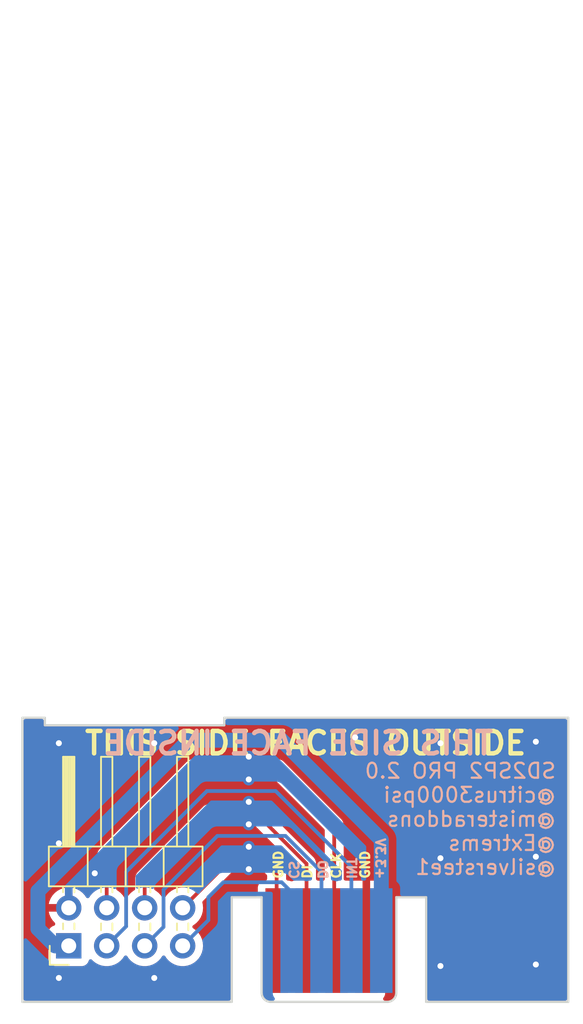
<source format=kicad_pcb>
(kicad_pcb (version 20240108) (generator "pcbnew") (generator_version "8.0")
  (layers (0 "F.Cu" signal) (31 "B.Cu" signal) (34 "B.Paste" user) (35 "F.Paste" user) (36 "B.SilkS" user "B.Silkscreen") (37 "F.SilkS" user "F.Silkscreen") (38 "B.Mask" user) (39 "F.Mask" user) (44 "Edge.Cuts" user))
  (net 0 "")
  (net 1 "Net-(J1-Pad1)")
  (net 2 "Net-(J1-Pad3)")
  (net 3 "Net-(J1-Pad4)")
  (net 4 "Net-(J1-Pad5)")
  (net 5 "Net-(J1-Pad6)")
  (net 6 "Net-(J1-Pad7)")
  (net 7 "Net-(J1-Pad8)")
  (net 8 "/GND")
  (footprint "Connector_PinHeader_2.54mm:PinHeader_2x04_P2.54mm_Horizontal" (layer "F.Cu") (at 77.160286 116.25 90)
    (property "Reference" "J1")
    (property "Value" "Conn_02x04_Odd_Even")
    (fp_line (start 6.64 -1.33) (end 3.98 -1.33) (stroke (width 0.12)) (layer "F.SilkS"))
    (fp_line (start 3.98 -1.33) (end 3.98 8.95) (stroke (width 0.12)) (layer "F.SilkS"))
    (fp_line (start -1.27 -1.27) (end 0 -1.27) (stroke (width 0.12)) (layer "F.SilkS"))
    (fp_line (start 12.64 -0.38) (end 12.64 0.38) (stroke (width 0.12)) (layer "F.SilkS"))
    (fp_line (start 6.64 -0.38) (end 12.64 -0.38) (stroke (width 0.12)) (layer "F.SilkS"))
    (fp_line (start 3.582929 -0.38) (end 3.98 -0.38) (stroke (width 0.12)) (layer "F.SilkS"))
    (fp_line (start 1.11 -0.38) (end 1.497071 -0.38) (stroke (width 0.12)) (layer "F.SilkS"))
    (fp_line (start 6.64 -0.32) (end 12.64 -0.32) (stroke (width 0.12)) (layer "F.SilkS"))
    (fp_line (start 6.64 -0.2) (end 12.64 -0.2) (stroke (width 0.12)) (layer "F.SilkS"))
    (fp_line (start 6.64 -0.08) (end 12.64 -0.08) (stroke (width 0.12)) (layer "F.SilkS"))
    (fp_line (start -1.27 0) (end -1.27 -1.27) (stroke (width 0.12)) (layer "F.SilkS"))
    (fp_line (start 6.64 0.04) (end 12.64 0.04) (stroke (width 0.12)) (layer "F.SilkS"))
    (fp_line (start 6.64 0.16) (end 12.64 0.16) (stroke (width 0.12)) (layer "F.SilkS"))
    (fp_line (start 6.64 0.28) (end 12.64 0.28) (stroke (width 0.12)) (layer "F.SilkS"))
    (fp_line (start 12.64 0.38) (end 6.64 0.38) (stroke (width 0.12)) (layer "F.SilkS"))
    (fp_line (start 3.582929 0.38) (end 3.98 0.38) (stroke (width 0.12)) (layer "F.SilkS"))
    (fp_line (start 1.11 0.38) (end 1.497071 0.38) (stroke (width 0.12)) (layer "F.SilkS"))
    (fp_line (start 3.98 1.27) (end 6.64 1.27) (stroke (width 0.12)) (layer "F.SilkS"))
    (fp_line (start 12.64 2.16) (end 12.64 2.92) (stroke (width 0.12)) (layer "F.SilkS"))
    (fp_line (start 6.64 2.16) (end 12.64 2.16) (stroke (width 0.12)) (layer "F.SilkS"))
    (fp_line (start 3.582929 2.16) (end 3.98 2.16) (stroke (width 0.12)) (layer "F.SilkS"))
    (fp_line (start 1.042929 2.16) (end 1.497071 2.16) (stroke (width 0.12)) (layer "F.SilkS"))
    (fp_line (start 12.64 2.92) (end 6.64 2.92) (stroke (width 0.12)) (layer "F.SilkS"))
    (fp_line (start 3.582929 2.92) (end 3.98 2.92) (stroke (width 0.12)) (layer "F.SilkS"))
    (fp_line (start 1.042929 2.92) (end 1.497071 2.92) (stroke (width 0.12)) (layer "F.SilkS"))
    (fp_line (start 3.98 3.81) (end 6.64 3.81) (stroke (width 0.12)) (layer "F.SilkS"))
    (fp_line (start 12.64 4.7) (end 12.64 5.46) (stroke (width 0.12)) (layer "F.SilkS"))
    (fp_line (start 6.64 4.7) (end 12.64 4.7) (stroke (width 0.12)) (layer "F.SilkS"))
    (fp_line (start 3.582929 4.7) (end 3.98 4.7) (stroke (width 0.12)) (layer "F.SilkS"))
    (fp_line (start 1.042929 4.7) (end 1.497071 4.7) (stroke (width 0.12)) (layer "F.SilkS"))
    (fp_line (start 12.64 5.46) (end 6.64 5.46) (stroke (width 0.12)) (layer "F.SilkS"))
    (fp_line (start 3.582929 5.46) (end 3.98 5.46) (stroke (width 0.12)) (layer "F.SilkS"))
    (fp_line (start 1.042929 5.46) (end 1.497071 5.46) (stroke (width 0.12)) (layer "F.SilkS"))
    (fp_line (start 3.98 6.35) (end 6.64 6.35) (stroke (width 0.12)) (layer "F.SilkS"))
    (fp_line (start 12.64 7.24) (end 12.64 8) (stroke (width 0.12)) (layer "F.SilkS"))
    (fp_line (start 6.64 7.24) (end 12.64 7.24) (stroke (width 0.12)) (layer "F.SilkS"))
    (fp_line (start 3.582929 7.24) (end 3.98 7.24) (stroke (width 0.12)) (layer "F.SilkS"))
    (fp_line (start 1.042929 7.24) (end 1.497071 7.24) (stroke (width 0.12)) (layer "F.SilkS"))
    (fp_line (start 12.64 8) (end 6.64 8) (stroke (width 0.12)) (layer "F.SilkS"))
    (fp_line (start 3.582929 8) (end 3.98 8) (stroke (width 0.12)) (layer "F.SilkS"))
    (fp_line (start 1.042929 8) (end 1.497071 8) (stroke (width 0.12)) (layer "F.SilkS"))
    (fp_line (start 6.64 8.95) (end 6.64 -1.33) (stroke (width 0.12)) (layer "F.SilkS"))
    (fp_line (start 3.98 8.95) (end 6.64 8.95) (stroke (width 0.12)) (layer "F.SilkS"))
    (pad "1" thru_hole rect (at 0 0 90) (size 1.7 1.7) (drill 1) (layers "*.Cu" "*.Mask") (net 1 "Net-(J1-Pad1)"))
    (pad "2" thru_hole oval (at 2.54 0 90) (size 1.7 1.7) (drill 1) (layers "*.Cu" "*.Mask") (net 8 "/GND"))
    (pad "3" thru_hole oval (at 0 2.54 90) (size 1.7 1.7) (drill 1) (layers "*.Cu" "*.Mask") (net 2 "Net-(J1-Pad3)"))
    (pad "4" thru_hole oval (at 2.54 2.54 90) (size 1.7 1.7) (drill 1) (layers "*.Cu" "*.Mask") (net 3 "Net-(J1-Pad4)"))
    (pad "5" thru_hole oval (at 0 5.08 90) (size 1.7 1.7) (drill 1) (layers "*.Cu" "*.Mask") (net 4 "Net-(J1-Pad5)"))
    (pad "6" thru_hole oval (at 2.54 5.08 90) (size 1.7 1.7) (drill 1) (layers "*.Cu" "*.Mask") (net 5 "Net-(J1-Pad6)"))
    (pad "7" thru_hole oval (at 0 7.62 90) (size 1.7 1.7) (drill 1) (layers "*.Cu" "*.Mask") (net 6 "Net-(J1-Pad7)"))
    (pad "8" thru_hole oval (at 2.54 7.62 90) (size 1.7 1.7) (drill 1) (layers "*.Cu" "*.Mask") (net 7 "Net-(J1-Pad8)"))
  )
  (footprint "gc_sp2:SP2_FootPrint" (layer "B.Cu") (at 98.064286 115.9 180)
    (property "Reference" "P1")
    (property "Value" "SerialPort")
    (pad "1" smd rect (at 0 0 180) (size 1.5 7) (layers "B.Cu" "B.Paste" "B.Mask") (net 1 "Net-(J1-Pad1)"))
    (pad "2" smd rect (at 1 0 180) (size 1.5 7) (layers "F.Cu" "F.Paste" "F.Mask") (net 8 "/GND"))
    (pad "3" smd rect (at 2 0 180) (size 1.5 7) (layers "B.Cu" "B.Paste" "B.Mask") (net 2 "Net-(J1-Pad3)"))
    (pad "4" smd rect (at 3 0 180) (size 1.5 7) (layers "F.Cu" "F.Paste" "F.Mask") (net 3 "Net-(J1-Pad4)"))
    (pad "5" smd rect (at 4 0 180) (size 1.5 7) (layers "B.Cu" "B.Paste" "B.Mask") (net 4 "Net-(J1-Pad5)"))
    (pad "6" smd rect (at 5 0 180) (size 1.5 7) (layers "F.Cu" "F.Paste" "F.Mask") (net 5 "Net-(J1-Pad6)"))
    (pad "7" smd rect (at 6 0 180) (size 1.5 7) (layers "B.Cu" "B.Paste" "B.Mask") (net 6 "Net-(J1-Pad7)"))
    (pad "8" smd rect (at 7 0 180) (size 1.5 7) (layers "F.Cu" "F.Paste" "F.Mask") (net 7 "Net-(J1-Pad8)"))
  )
  (gr_arc (start 99.064286 119.4) (mid 98.88855 119.824264) (end 98.464286 120) (stroke (width 0.15)) (layer "Edge.Cuts"))
  (gr_line (start 88.064286 120) (end 74.064286 120) (stroke (width 0.15)) (layer "Edge.Cuts"))
  (gr_line (start 90.664286 120) (end 98.464286 120) (stroke (width 0.15)) (layer "Edge.Cuts"))
  (gr_arc (start 90.664286 120) (mid 90.240022 119.824264) (end 90.064286 119.4) (stroke (width 0.15)) (layer "Edge.Cuts"))
  (gr_line (start 101.064286 113) (end 101.064286 120) (stroke (width 0.15)) (layer "Edge.Cuts"))
  (gr_line (start 87.564286 101.5) (end 87.564286 101) (stroke (width 0.15)) (layer "Edge.Cuts"))
  (gr_line (start 75.564286 101.5) (end 87.564286 101.5) (stroke (width 0.15)) (layer "Edge.Cuts"))
  (gr_line (start 110.564286 101) (end 110.564286 120) (stroke (width 0.15)) (layer "Edge.Cuts"))
  (gr_line (start 90.064286 119.4) (end 90.064286 113) (stroke (width 0.15)) (layer "Edge.Cuts"))
  (gr_line (start 99.064286 113) (end 101.064286 113) (stroke (width 0.15)) (layer "Edge.Cuts"))
  (gr_line (start 74.064286 120) (end 74.064286 101) (stroke (width 0.15)) (layer "Edge.Cuts"))
  (gr_line (start 101.064286 120) (end 110.564286 120) (stroke (width 0.15)) (layer "Edge.Cuts"))
  (gr_line (start 75.564286 101) (end 75.564286 101.5) (stroke (width 0.15)) (layer "Edge.Cuts"))
  (gr_line (start 87.564286 101) (end 110.564286 101) (stroke (width 0.15)) (layer "Edge.Cuts"))
  (gr_line (start 99.064286 119.4) (end 99.064286 113) (stroke (width 0.15)) (layer "Edge.Cuts"))
  (gr_line (start 88.064286 113) (end 90.064286 113) (stroke (width 0.15)) (layer "Edge.Cuts"))
  (gr_line (start 74.064286 101) (end 75.564286 101) (stroke (width 0.15)) (layer "Edge.Cuts"))
  (gr_line (start 88.064286 113) (end 88.064286 120) (stroke (width 0.15)) (layer "Edge.Cuts"))
  (gr_text "THIS SIDE FACE INSIDE" (at 92.5 102.7 0) (layer "B.SilkS") (effects (font (size 1.5 1.5) (thickness 0.3)) (justify mirror)))
  (gr_text "SD2SP2 PRO 2.0\n@citrus3000psi\n@misteraddons\n@Extrems      \n@silverstee1    " (at 109.8296 107.7722 0) (layer "B.SilkS") (effects (font (size 1 1)) (justify left mirror)))
  (gr_text "+3.3V\n\nINT\n\nDO\n\nCS" (at 91.8464 111.8616 270) (layer "B.SilkS") (effects (font (size 0.6 0.6)) (justify left bottom mirror)))
  (gr_text "GND\n\nDI\n\nCLK\n\nGND" (at 97.3328 111.8362 90) (layer "F.SilkS") (effects (font (size 0.6 0.6)) (justify left bottom)))
  (gr_text "THIS SIDE FACES OUTSIDE" (at 93 102.7 0) (layer "F.SilkS") (effects (font (size 1.5 1.5) (thickness 0.3))))
  (segment (start 83 104.7) (end 75.1 112.6) (width 1) (layer "B.Cu") (net 1))
  (segment (start 91.4 102.5) (end 85.2 102.5) (width 1) (layer "B.Cu") (net 1))
  (segment (start 85.2 102.5) (end 83.1 104.6) (width 1) (layer "B.Cu") (net 1))
  (segment (start 76.25 116.25) (end 77.160286 116.25) (width 1) (layer "B.Cu") (net 1))
  (segment (start 98.064286 115.9) (end 98.064286 109.164286) (width 1) (layer "B.Cu") (net 1))
  (segment (start 75.1 112.6) (end 75.1 115.1) (width 1) (layer "B.Cu") (net 1))
  (segment (start 75.1 115.1) (end 76.25 116.25) (width 1) (layer "B.Cu") (net 1))
  (segment (start 98.064286 109.164286) (end 91.4 102.5) (width 1) (layer "B.Cu") (net 1))
  (segment (start 96.064286 110.964286) (end 91 105.9) (width 0.25) (layer "B.Cu") (net 2))
  (segment (start 96.064286 115.9) (end 96.064286 110.964286) (width 0.25) (layer "B.Cu") (net 2))
  (segment (start 91 105.9) (end 86.4 105.9) (width 0.25) (layer "B.Cu") (net 2))
  (segment (start 81 114.950286) (end 79.700286 116.25) (width 0.25) (layer "B.Cu") (net 2))
  (segment (start 81 111.3) (end 81 114.950286) (width 0.25) (layer "B.Cu") (net 2))
  (segment (start 86.4 105.9) (end 81 111.3) (width 0.25) (layer "B.Cu") (net 2))
  (segment (start 79.700286 110.199714) (end 85.5 104.4) (width 0.25) (layer "F.Cu") (net 3))
  (segment (start 94.915489 108.215489) (end 94.915489 115.751203) (width 0.25) (layer "F.Cu") (net 3))
  (segment (start 79.700286 113.71) (end 79.700286 110.199714) (width 0.25) (layer "F.Cu") (net 3))
  (segment (start 91.1 104.4) (end 94.915489 108.215489) (width 0.25) (layer "F.Cu") (net 3))
  (segment (start 85.5 104.4) (end 91.1 104.4) (width 0.25) (layer "F.Cu") (net 3))
  (segment (start 94.064286 115.9) (end 94.064286 111.307143) (width 0.25) (layer "B.Cu") (net 4))
  (segment (start 87.1 108.9) (end 83.5 112.5) (width 0.25) (layer "B.Cu") (net 4))
  (segment (start 83.5 112.5) (end 83.5 114.990286) (width 0.25) (layer "B.Cu") (net 4))
  (segment (start 94.064286 111.307143) (end 91.657143 108.9) (width 0.25) (layer "B.Cu") (net 4))
  (segment (start 91.657143 108.9) (end 87.1 108.9) (width 0.25) (layer "B.Cu") (net 4))
  (segment (start 83.5 114.990286) (end 82.240286 116.25) (width 0.25) (layer "B.Cu") (net 4))
  (segment (start 93.064286 110.764286) (end 93.064286 115.9) (width 0.25) (layer "F.Cu") (net 5))
  (segment (start 82.240286 113.71) (end 82.240286 111.759714) (width 0.25) (layer "F.Cu") (net 5))
  (segment (start 86.6 107.4) (end 89.7 107.4) (width 0.25) (layer "F.Cu") (net 5))
  (segment (start 89.7 107.4) (end 93.064286 110.764286) (width 0.25) (layer "F.Cu") (net 5))
  (segment (start 82.240286 111.759714) (end 86.6 107.4) (width 0.25) (layer "F.Cu") (net 5))
  (segment (start 92.064286 115.9) (end 92.064286 112.664286) (width 0.25) (layer "B.Cu") (net 6))
  (segment (start 92.064286 112.664286) (end 91.4 112) (width 0.25) (layer "B.Cu") (net 6))
  (segment (start 86.5 114.530286) (end 84.780286 116.25) (width 0.25) (layer "B.Cu") (net 6))
  (segment (start 87.5 112) (end 86.5 113) (width 0.25) (layer "B.Cu") (net 6))
  (segment (start 86.5 113) (end 86.5 114.530286) (width 0.25) (layer "B.Cu") (net 6))
  (segment (start 91.4 112) (end 87.5 112) (width 0.25) (layer "B.Cu") (net 6))
  (segment (start 90.2 110.4) (end 91.064286 111.264286) (width 0.25) (layer "F.Cu") (net 7))
  (segment (start 88.090286 110.4) (end 90.2 110.4) (width 0.25) (layer "F.Cu") (net 7))
  (segment (start 84.780286 113.71) (end 88.090286 110.4) (width 0.25) (layer "F.Cu") (net 7))
  (segment (start 91.064286 111.264286) (end 91.064286 115.9) (width 0.25) (layer "F.Cu") (net 7))
  (via (at 96.314286 102.31364) (size 0.8) (drill 0.4) (layers "F.Cu" "B.Cu") (net 8))
  (via (at 82.88 118.4) (size 0.8) (drill 0.4) (layers "F.Cu" "B.Cu") (net 8))
  (via (at 78.9 111.4) (size 0.8) (drill 0.4) (layers "F.Cu" "B.Cu") (net 8))
  (via (at 108.4 110.2908) (size 0.8) (drill 0.4) (layers "F.Cu" "B.Cu") (net 8))
  (via (at 102.02 117.6) (size 0.8) (drill 0.4) (layers "F.Cu" "B.Cu") (net 8))
  (via (at 89.2 106.6245) (size 0.8) (drill 0.4) (layers "F.Cu" "B.Cu") (net 8))
  (via (at 89.2 109.6245) (size 0.8) (drill 0.4) (layers "F.Cu" "B.Cu") (net 8))
  (via (at 108.4 102.6) (size 0.8) (drill 0.4) (layers "F.Cu" "B.Cu") (net 8))
  (via (at 102.02 102.7) (size 0.8) (drill 0.4) (layers "F.Cu" "B.Cu") (net 8))
  (via (at 76.5 102.7) (size 0.8) (drill 0.4) (layers "F.Cu" "B.Cu") (net 8))
  (via (at 89.2 103.5995) (size 0.8) (drill 0.4) (layers "F.Cu" "B.Cu") (net 8))
  (via (at 89.2 105.1245) (size 0.8) (drill 0.4) (layers "F.Cu" "B.Cu") (net 8))
  (via (at 89.2 111.1245) (size 0.8) (drill 0.4) (layers "F.Cu" "B.Cu") (net 8))
  (via (at 89.2 108.1245) (size 0.8) (drill 0.4) (layers "F.Cu" "B.Cu") (net 8))
  (via (at 76.5 118.4) (size 0.8) (drill 0.4) (layers "F.Cu" "B.Cu") (net 8))
  (via (at 76.5 109.396549) (size 0.8) (drill 0.4) (layers "F.Cu" "B.Cu") (net 8))
  (via (at 108.4 117.5) (size 0.8) (drill 0.4) (layers "F.Cu" "B.Cu") (net 8))
  (via (at 82.88 102.7) (size 0.8) (drill 0.4) (layers "F.Cu" "B.Cu") (net 8))
  (via (at 102.02 110.3908) (size 0.8) (drill 0.4) (layers "F.Cu" "B.Cu") (net 8))
  (zone (net 8) (net_name "/GND") (layers "F&B.Cu") (connect_pads (clearance 0.508)) (min_thickness 0.254) (fill yes (thermal_gap 0.508) (thermal_bridge_width 0.508))
    (polygon (pts (xy 72.564286 121) (xy 111.564286 121) (xy 111.564286 53) (xy 72.564286 53)))
  )
)
</source>
